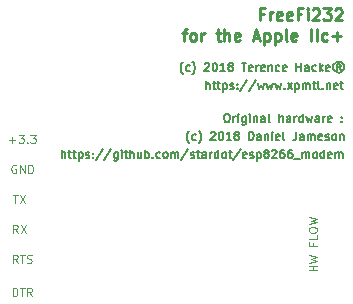
<source format=gbo>
G04 #@! TF.GenerationSoftware,KiCad,Pcbnew,(5.0.0-3-g5ebb6b6)*
G04 #@! TF.CreationDate,2018-11-09T10:28:32+01:00*
G04 #@! TF.ProjectId,WifiModem_IIC+,576966694D6F64656D5F4949432B2E6B,rev?*
G04 #@! TF.SameCoordinates,Original*
G04 #@! TF.FileFunction,Legend,Bot*
G04 #@! TF.FilePolarity,Positive*
%FSLAX46Y46*%
G04 Gerber Fmt 4.6, Leading zero omitted, Abs format (unit mm)*
G04 Created by KiCad (PCBNEW (5.0.0-3-g5ebb6b6)) date Friday, 09 November 2018 at 10:28:32*
%MOMM*%
%LPD*%
G01*
G04 APERTURE LIST*
%ADD10C,0.125000*%
%ADD11C,0.175000*%
%ADD12C,0.250000*%
G04 APERTURE END LIST*
D10*
X113708000Y-68884000D02*
X114241333Y-68884000D01*
X113974666Y-69150666D02*
X113974666Y-68617333D01*
X114508000Y-68450666D02*
X114941333Y-68450666D01*
X114708000Y-68717333D01*
X114808000Y-68717333D01*
X114874666Y-68750666D01*
X114908000Y-68784000D01*
X114941333Y-68850666D01*
X114941333Y-69017333D01*
X114908000Y-69084000D01*
X114874666Y-69117333D01*
X114808000Y-69150666D01*
X114608000Y-69150666D01*
X114541333Y-69117333D01*
X114508000Y-69084000D01*
X115241333Y-69084000D02*
X115274666Y-69117333D01*
X115241333Y-69150666D01*
X115208000Y-69117333D01*
X115241333Y-69084000D01*
X115241333Y-69150666D01*
X115508000Y-68450666D02*
X115941333Y-68450666D01*
X115708000Y-68717333D01*
X115808000Y-68717333D01*
X115874666Y-68750666D01*
X115908000Y-68784000D01*
X115941333Y-68850666D01*
X115941333Y-69017333D01*
X115908000Y-69084000D01*
X115874666Y-69117333D01*
X115808000Y-69150666D01*
X115608000Y-69150666D01*
X115541333Y-69117333D01*
X115508000Y-69084000D01*
X114020666Y-73530666D02*
X114420666Y-73530666D01*
X114220666Y-74230666D02*
X114220666Y-73530666D01*
X114587333Y-73530666D02*
X115054000Y-74230666D01*
X115054000Y-73530666D02*
X114587333Y-74230666D01*
X114437333Y-76770666D02*
X114204000Y-76437333D01*
X114037333Y-76770666D02*
X114037333Y-76070666D01*
X114304000Y-76070666D01*
X114370666Y-76104000D01*
X114404000Y-76137333D01*
X114437333Y-76204000D01*
X114437333Y-76304000D01*
X114404000Y-76370666D01*
X114370666Y-76404000D01*
X114304000Y-76437333D01*
X114037333Y-76437333D01*
X114670666Y-76070666D02*
X115137333Y-76770666D01*
X115137333Y-76070666D02*
X114670666Y-76770666D01*
X114008000Y-82104666D02*
X114008000Y-81404666D01*
X114174666Y-81404666D01*
X114274666Y-81438000D01*
X114341333Y-81504666D01*
X114374666Y-81571333D01*
X114408000Y-81704666D01*
X114408000Y-81804666D01*
X114374666Y-81938000D01*
X114341333Y-82004666D01*
X114274666Y-82071333D01*
X114174666Y-82104666D01*
X114008000Y-82104666D01*
X114608000Y-81404666D02*
X115008000Y-81404666D01*
X114808000Y-82104666D02*
X114808000Y-81404666D01*
X115641333Y-82104666D02*
X115408000Y-81771333D01*
X115241333Y-82104666D02*
X115241333Y-81404666D01*
X115508000Y-81404666D01*
X115574666Y-81438000D01*
X115608000Y-81471333D01*
X115641333Y-81538000D01*
X115641333Y-81638000D01*
X115608000Y-81704666D01*
X115574666Y-81738000D01*
X115508000Y-81771333D01*
X115241333Y-81771333D01*
X114424666Y-79310666D02*
X114191333Y-78977333D01*
X114024666Y-79310666D02*
X114024666Y-78610666D01*
X114291333Y-78610666D01*
X114358000Y-78644000D01*
X114391333Y-78677333D01*
X114424666Y-78744000D01*
X114424666Y-78844000D01*
X114391333Y-78910666D01*
X114358000Y-78944000D01*
X114291333Y-78977333D01*
X114024666Y-78977333D01*
X114624666Y-78610666D02*
X115024666Y-78610666D01*
X114824666Y-79310666D02*
X114824666Y-78610666D01*
X115224666Y-79277333D02*
X115324666Y-79310666D01*
X115491333Y-79310666D01*
X115558000Y-79277333D01*
X115591333Y-79244000D01*
X115624666Y-79177333D01*
X115624666Y-79110666D01*
X115591333Y-79044000D01*
X115558000Y-79010666D01*
X115491333Y-78977333D01*
X115358000Y-78944000D01*
X115291333Y-78910666D01*
X115258000Y-78877333D01*
X115224666Y-78810666D01*
X115224666Y-78744000D01*
X115258000Y-78677333D01*
X115291333Y-78644000D01*
X115358000Y-78610666D01*
X115524666Y-78610666D01*
X115624666Y-78644000D01*
X114274666Y-71024000D02*
X114208000Y-70990666D01*
X114108000Y-70990666D01*
X114008000Y-71024000D01*
X113941333Y-71090666D01*
X113908000Y-71157333D01*
X113874666Y-71290666D01*
X113874666Y-71390666D01*
X113908000Y-71524000D01*
X113941333Y-71590666D01*
X114008000Y-71657333D01*
X114108000Y-71690666D01*
X114174666Y-71690666D01*
X114274666Y-71657333D01*
X114308000Y-71624000D01*
X114308000Y-71390666D01*
X114174666Y-71390666D01*
X114608000Y-71690666D02*
X114608000Y-70990666D01*
X115008000Y-71690666D01*
X115008000Y-70990666D01*
X115341333Y-71690666D02*
X115341333Y-70990666D01*
X115508000Y-70990666D01*
X115608000Y-71024000D01*
X115674666Y-71090666D01*
X115708000Y-71157333D01*
X115741333Y-71290666D01*
X115741333Y-71390666D01*
X115708000Y-71524000D01*
X115674666Y-71590666D01*
X115608000Y-71657333D01*
X115508000Y-71690666D01*
X115341333Y-71690666D01*
X139762666Y-79940666D02*
X139062666Y-79940666D01*
X139396000Y-79940666D02*
X139396000Y-79540666D01*
X139762666Y-79540666D02*
X139062666Y-79540666D01*
X139062666Y-79274000D02*
X139762666Y-79107333D01*
X139262666Y-78974000D01*
X139762666Y-78840666D01*
X139062666Y-78674000D01*
X139396000Y-77640666D02*
X139396000Y-77874000D01*
X139762666Y-77874000D02*
X139062666Y-77874000D01*
X139062666Y-77540666D01*
X139762666Y-76940666D02*
X139762666Y-77274000D01*
X139062666Y-77274000D01*
X139062666Y-76574000D02*
X139062666Y-76440666D01*
X139096000Y-76374000D01*
X139162666Y-76307333D01*
X139296000Y-76274000D01*
X139529333Y-76274000D01*
X139662666Y-76307333D01*
X139729333Y-76374000D01*
X139762666Y-76440666D01*
X139762666Y-76574000D01*
X139729333Y-76640666D01*
X139662666Y-76707333D01*
X139529333Y-76740666D01*
X139296000Y-76740666D01*
X139162666Y-76707333D01*
X139096000Y-76640666D01*
X139062666Y-76574000D01*
X139062666Y-76040666D02*
X139762666Y-75874000D01*
X139262666Y-75740666D01*
X139762666Y-75607333D01*
X139062666Y-75440666D01*
D11*
X132089333Y-66672666D02*
X132222666Y-66672666D01*
X132289333Y-66706000D01*
X132356000Y-66772666D01*
X132389333Y-66906000D01*
X132389333Y-67139333D01*
X132356000Y-67272666D01*
X132289333Y-67339333D01*
X132222666Y-67372666D01*
X132089333Y-67372666D01*
X132022666Y-67339333D01*
X131956000Y-67272666D01*
X131922666Y-67139333D01*
X131922666Y-66906000D01*
X131956000Y-66772666D01*
X132022666Y-66706000D01*
X132089333Y-66672666D01*
X132689333Y-67372666D02*
X132689333Y-66906000D01*
X132689333Y-67039333D02*
X132722666Y-66972666D01*
X132756000Y-66939333D01*
X132822666Y-66906000D01*
X132889333Y-66906000D01*
X133122666Y-67372666D02*
X133122666Y-66906000D01*
X133122666Y-66672666D02*
X133089333Y-66706000D01*
X133122666Y-66739333D01*
X133156000Y-66706000D01*
X133122666Y-66672666D01*
X133122666Y-66739333D01*
X133756000Y-66906000D02*
X133756000Y-67472666D01*
X133722666Y-67539333D01*
X133689333Y-67572666D01*
X133622666Y-67606000D01*
X133522666Y-67606000D01*
X133456000Y-67572666D01*
X133756000Y-67339333D02*
X133689333Y-67372666D01*
X133556000Y-67372666D01*
X133489333Y-67339333D01*
X133456000Y-67306000D01*
X133422666Y-67239333D01*
X133422666Y-67039333D01*
X133456000Y-66972666D01*
X133489333Y-66939333D01*
X133556000Y-66906000D01*
X133689333Y-66906000D01*
X133756000Y-66939333D01*
X134089333Y-67372666D02*
X134089333Y-66906000D01*
X134089333Y-66672666D02*
X134056000Y-66706000D01*
X134089333Y-66739333D01*
X134122666Y-66706000D01*
X134089333Y-66672666D01*
X134089333Y-66739333D01*
X134422666Y-66906000D02*
X134422666Y-67372666D01*
X134422666Y-66972666D02*
X134456000Y-66939333D01*
X134522666Y-66906000D01*
X134622666Y-66906000D01*
X134689333Y-66939333D01*
X134722666Y-67006000D01*
X134722666Y-67372666D01*
X135356000Y-67372666D02*
X135356000Y-67006000D01*
X135322666Y-66939333D01*
X135256000Y-66906000D01*
X135122666Y-66906000D01*
X135056000Y-66939333D01*
X135356000Y-67339333D02*
X135289333Y-67372666D01*
X135122666Y-67372666D01*
X135056000Y-67339333D01*
X135022666Y-67272666D01*
X135022666Y-67206000D01*
X135056000Y-67139333D01*
X135122666Y-67106000D01*
X135289333Y-67106000D01*
X135356000Y-67072666D01*
X135789333Y-67372666D02*
X135722666Y-67339333D01*
X135689333Y-67272666D01*
X135689333Y-66672666D01*
X136589333Y-67372666D02*
X136589333Y-66672666D01*
X136889333Y-67372666D02*
X136889333Y-67006000D01*
X136856000Y-66939333D01*
X136789333Y-66906000D01*
X136689333Y-66906000D01*
X136622666Y-66939333D01*
X136589333Y-66972666D01*
X137522666Y-67372666D02*
X137522666Y-67006000D01*
X137489333Y-66939333D01*
X137422666Y-66906000D01*
X137289333Y-66906000D01*
X137222666Y-66939333D01*
X137522666Y-67339333D02*
X137456000Y-67372666D01*
X137289333Y-67372666D01*
X137222666Y-67339333D01*
X137189333Y-67272666D01*
X137189333Y-67206000D01*
X137222666Y-67139333D01*
X137289333Y-67106000D01*
X137456000Y-67106000D01*
X137522666Y-67072666D01*
X137856000Y-67372666D02*
X137856000Y-66906000D01*
X137856000Y-67039333D02*
X137889333Y-66972666D01*
X137922666Y-66939333D01*
X137989333Y-66906000D01*
X138056000Y-66906000D01*
X138589333Y-67372666D02*
X138589333Y-66672666D01*
X138589333Y-67339333D02*
X138522666Y-67372666D01*
X138389333Y-67372666D01*
X138322666Y-67339333D01*
X138289333Y-67306000D01*
X138256000Y-67239333D01*
X138256000Y-67039333D01*
X138289333Y-66972666D01*
X138322666Y-66939333D01*
X138389333Y-66906000D01*
X138522666Y-66906000D01*
X138589333Y-66939333D01*
X138856000Y-66906000D02*
X138989333Y-67372666D01*
X139122666Y-67039333D01*
X139256000Y-67372666D01*
X139389333Y-66906000D01*
X139956000Y-67372666D02*
X139956000Y-67006000D01*
X139922666Y-66939333D01*
X139856000Y-66906000D01*
X139722666Y-66906000D01*
X139656000Y-66939333D01*
X139956000Y-67339333D02*
X139889333Y-67372666D01*
X139722666Y-67372666D01*
X139656000Y-67339333D01*
X139622666Y-67272666D01*
X139622666Y-67206000D01*
X139656000Y-67139333D01*
X139722666Y-67106000D01*
X139889333Y-67106000D01*
X139956000Y-67072666D01*
X140289333Y-67372666D02*
X140289333Y-66906000D01*
X140289333Y-67039333D02*
X140322666Y-66972666D01*
X140356000Y-66939333D01*
X140422666Y-66906000D01*
X140489333Y-66906000D01*
X140989333Y-67339333D02*
X140922666Y-67372666D01*
X140789333Y-67372666D01*
X140722666Y-67339333D01*
X140689333Y-67272666D01*
X140689333Y-67006000D01*
X140722666Y-66939333D01*
X140789333Y-66906000D01*
X140922666Y-66906000D01*
X140989333Y-66939333D01*
X141022666Y-67006000D01*
X141022666Y-67072666D01*
X140689333Y-67139333D01*
X141856000Y-67306000D02*
X141889333Y-67339333D01*
X141856000Y-67372666D01*
X141822666Y-67339333D01*
X141856000Y-67306000D01*
X141856000Y-67372666D01*
X141856000Y-66939333D02*
X141889333Y-66972666D01*
X141856000Y-67006000D01*
X141822666Y-66972666D01*
X141856000Y-66939333D01*
X141856000Y-67006000D01*
X128948666Y-69163333D02*
X128915333Y-69130000D01*
X128848666Y-69030000D01*
X128815333Y-68963333D01*
X128782000Y-68863333D01*
X128748666Y-68696666D01*
X128748666Y-68563333D01*
X128782000Y-68396666D01*
X128815333Y-68296666D01*
X128848666Y-68230000D01*
X128915333Y-68130000D01*
X128948666Y-68096666D01*
X129515333Y-68863333D02*
X129448666Y-68896666D01*
X129315333Y-68896666D01*
X129248666Y-68863333D01*
X129215333Y-68830000D01*
X129182000Y-68763333D01*
X129182000Y-68563333D01*
X129215333Y-68496666D01*
X129248666Y-68463333D01*
X129315333Y-68430000D01*
X129448666Y-68430000D01*
X129515333Y-68463333D01*
X129748666Y-69163333D02*
X129782000Y-69130000D01*
X129848666Y-69030000D01*
X129882000Y-68963333D01*
X129915333Y-68863333D01*
X129948666Y-68696666D01*
X129948666Y-68563333D01*
X129915333Y-68396666D01*
X129882000Y-68296666D01*
X129848666Y-68230000D01*
X129782000Y-68130000D01*
X129748666Y-68096666D01*
X130782000Y-68263333D02*
X130815333Y-68230000D01*
X130882000Y-68196666D01*
X131048666Y-68196666D01*
X131115333Y-68230000D01*
X131148666Y-68263333D01*
X131182000Y-68330000D01*
X131182000Y-68396666D01*
X131148666Y-68496666D01*
X130748666Y-68896666D01*
X131182000Y-68896666D01*
X131615333Y-68196666D02*
X131682000Y-68196666D01*
X131748666Y-68230000D01*
X131782000Y-68263333D01*
X131815333Y-68330000D01*
X131848666Y-68463333D01*
X131848666Y-68630000D01*
X131815333Y-68763333D01*
X131782000Y-68830000D01*
X131748666Y-68863333D01*
X131682000Y-68896666D01*
X131615333Y-68896666D01*
X131548666Y-68863333D01*
X131515333Y-68830000D01*
X131482000Y-68763333D01*
X131448666Y-68630000D01*
X131448666Y-68463333D01*
X131482000Y-68330000D01*
X131515333Y-68263333D01*
X131548666Y-68230000D01*
X131615333Y-68196666D01*
X132515333Y-68896666D02*
X132115333Y-68896666D01*
X132315333Y-68896666D02*
X132315333Y-68196666D01*
X132248666Y-68296666D01*
X132182000Y-68363333D01*
X132115333Y-68396666D01*
X132915333Y-68496666D02*
X132848666Y-68463333D01*
X132815333Y-68430000D01*
X132782000Y-68363333D01*
X132782000Y-68330000D01*
X132815333Y-68263333D01*
X132848666Y-68230000D01*
X132915333Y-68196666D01*
X133048666Y-68196666D01*
X133115333Y-68230000D01*
X133148666Y-68263333D01*
X133182000Y-68330000D01*
X133182000Y-68363333D01*
X133148666Y-68430000D01*
X133115333Y-68463333D01*
X133048666Y-68496666D01*
X132915333Y-68496666D01*
X132848666Y-68530000D01*
X132815333Y-68563333D01*
X132782000Y-68630000D01*
X132782000Y-68763333D01*
X132815333Y-68830000D01*
X132848666Y-68863333D01*
X132915333Y-68896666D01*
X133048666Y-68896666D01*
X133115333Y-68863333D01*
X133148666Y-68830000D01*
X133182000Y-68763333D01*
X133182000Y-68630000D01*
X133148666Y-68563333D01*
X133115333Y-68530000D01*
X133048666Y-68496666D01*
X134015333Y-68896666D02*
X134015333Y-68196666D01*
X134182000Y-68196666D01*
X134282000Y-68230000D01*
X134348666Y-68296666D01*
X134382000Y-68363333D01*
X134415333Y-68496666D01*
X134415333Y-68596666D01*
X134382000Y-68730000D01*
X134348666Y-68796666D01*
X134282000Y-68863333D01*
X134182000Y-68896666D01*
X134015333Y-68896666D01*
X135015333Y-68896666D02*
X135015333Y-68530000D01*
X134982000Y-68463333D01*
X134915333Y-68430000D01*
X134782000Y-68430000D01*
X134715333Y-68463333D01*
X135015333Y-68863333D02*
X134948666Y-68896666D01*
X134782000Y-68896666D01*
X134715333Y-68863333D01*
X134682000Y-68796666D01*
X134682000Y-68730000D01*
X134715333Y-68663333D01*
X134782000Y-68630000D01*
X134948666Y-68630000D01*
X135015333Y-68596666D01*
X135348666Y-68430000D02*
X135348666Y-68896666D01*
X135348666Y-68496666D02*
X135382000Y-68463333D01*
X135448666Y-68430000D01*
X135548666Y-68430000D01*
X135615333Y-68463333D01*
X135648666Y-68530000D01*
X135648666Y-68896666D01*
X135982000Y-68896666D02*
X135982000Y-68430000D01*
X135982000Y-68196666D02*
X135948666Y-68230000D01*
X135982000Y-68263333D01*
X136015333Y-68230000D01*
X135982000Y-68196666D01*
X135982000Y-68263333D01*
X136582000Y-68863333D02*
X136515333Y-68896666D01*
X136382000Y-68896666D01*
X136315333Y-68863333D01*
X136282000Y-68796666D01*
X136282000Y-68530000D01*
X136315333Y-68463333D01*
X136382000Y-68430000D01*
X136515333Y-68430000D01*
X136582000Y-68463333D01*
X136615333Y-68530000D01*
X136615333Y-68596666D01*
X136282000Y-68663333D01*
X137015333Y-68896666D02*
X136948666Y-68863333D01*
X136915333Y-68796666D01*
X136915333Y-68196666D01*
X138015333Y-68196666D02*
X138015333Y-68696666D01*
X137982000Y-68796666D01*
X137915333Y-68863333D01*
X137815333Y-68896666D01*
X137748666Y-68896666D01*
X138648666Y-68896666D02*
X138648666Y-68530000D01*
X138615333Y-68463333D01*
X138548666Y-68430000D01*
X138415333Y-68430000D01*
X138348666Y-68463333D01*
X138648666Y-68863333D02*
X138582000Y-68896666D01*
X138415333Y-68896666D01*
X138348666Y-68863333D01*
X138315333Y-68796666D01*
X138315333Y-68730000D01*
X138348666Y-68663333D01*
X138415333Y-68630000D01*
X138582000Y-68630000D01*
X138648666Y-68596666D01*
X138982000Y-68896666D02*
X138982000Y-68430000D01*
X138982000Y-68496666D02*
X139015333Y-68463333D01*
X139082000Y-68430000D01*
X139182000Y-68430000D01*
X139248666Y-68463333D01*
X139282000Y-68530000D01*
X139282000Y-68896666D01*
X139282000Y-68530000D02*
X139315333Y-68463333D01*
X139382000Y-68430000D01*
X139482000Y-68430000D01*
X139548666Y-68463333D01*
X139582000Y-68530000D01*
X139582000Y-68896666D01*
X140182000Y-68863333D02*
X140115333Y-68896666D01*
X139982000Y-68896666D01*
X139915333Y-68863333D01*
X139882000Y-68796666D01*
X139882000Y-68530000D01*
X139915333Y-68463333D01*
X139982000Y-68430000D01*
X140115333Y-68430000D01*
X140182000Y-68463333D01*
X140215333Y-68530000D01*
X140215333Y-68596666D01*
X139882000Y-68663333D01*
X140482000Y-68863333D02*
X140548666Y-68896666D01*
X140682000Y-68896666D01*
X140748666Y-68863333D01*
X140782000Y-68796666D01*
X140782000Y-68763333D01*
X140748666Y-68696666D01*
X140682000Y-68663333D01*
X140582000Y-68663333D01*
X140515333Y-68630000D01*
X140482000Y-68563333D01*
X140482000Y-68530000D01*
X140515333Y-68463333D01*
X140582000Y-68430000D01*
X140682000Y-68430000D01*
X140748666Y-68463333D01*
X141182000Y-68896666D02*
X141115333Y-68863333D01*
X141082000Y-68830000D01*
X141048666Y-68763333D01*
X141048666Y-68563333D01*
X141082000Y-68496666D01*
X141115333Y-68463333D01*
X141182000Y-68430000D01*
X141282000Y-68430000D01*
X141348666Y-68463333D01*
X141382000Y-68496666D01*
X141415333Y-68563333D01*
X141415333Y-68763333D01*
X141382000Y-68830000D01*
X141348666Y-68863333D01*
X141282000Y-68896666D01*
X141182000Y-68896666D01*
X141715333Y-68430000D02*
X141715333Y-68896666D01*
X141715333Y-68496666D02*
X141748666Y-68463333D01*
X141815333Y-68430000D01*
X141915333Y-68430000D01*
X141982000Y-68463333D01*
X142015333Y-68530000D01*
X142015333Y-68896666D01*
D12*
X135267976Y-58235571D02*
X134934642Y-58235571D01*
X134934642Y-58759380D02*
X134934642Y-57759380D01*
X135410833Y-57759380D01*
X135791785Y-58759380D02*
X135791785Y-58092714D01*
X135791785Y-58283190D02*
X135839404Y-58187952D01*
X135887023Y-58140333D01*
X135982261Y-58092714D01*
X136077500Y-58092714D01*
X136791785Y-58711761D02*
X136696547Y-58759380D01*
X136506071Y-58759380D01*
X136410833Y-58711761D01*
X136363214Y-58616523D01*
X136363214Y-58235571D01*
X136410833Y-58140333D01*
X136506071Y-58092714D01*
X136696547Y-58092714D01*
X136791785Y-58140333D01*
X136839404Y-58235571D01*
X136839404Y-58330809D01*
X136363214Y-58426047D01*
X137648928Y-58711761D02*
X137553690Y-58759380D01*
X137363214Y-58759380D01*
X137267976Y-58711761D01*
X137220357Y-58616523D01*
X137220357Y-58235571D01*
X137267976Y-58140333D01*
X137363214Y-58092714D01*
X137553690Y-58092714D01*
X137648928Y-58140333D01*
X137696547Y-58235571D01*
X137696547Y-58330809D01*
X137220357Y-58426047D01*
X138458452Y-58235571D02*
X138125119Y-58235571D01*
X138125119Y-58759380D02*
X138125119Y-57759380D01*
X138601309Y-57759380D01*
X138982261Y-58759380D02*
X138982261Y-58092714D01*
X138982261Y-57759380D02*
X138934642Y-57807000D01*
X138982261Y-57854619D01*
X139029880Y-57807000D01*
X138982261Y-57759380D01*
X138982261Y-57854619D01*
X139410833Y-57854619D02*
X139458452Y-57807000D01*
X139553690Y-57759380D01*
X139791785Y-57759380D01*
X139887023Y-57807000D01*
X139934642Y-57854619D01*
X139982261Y-57949857D01*
X139982261Y-58045095D01*
X139934642Y-58187952D01*
X139363214Y-58759380D01*
X139982261Y-58759380D01*
X140315595Y-57759380D02*
X140934642Y-57759380D01*
X140601309Y-58140333D01*
X140744166Y-58140333D01*
X140839404Y-58187952D01*
X140887023Y-58235571D01*
X140934642Y-58330809D01*
X140934642Y-58568904D01*
X140887023Y-58664142D01*
X140839404Y-58711761D01*
X140744166Y-58759380D01*
X140458452Y-58759380D01*
X140363214Y-58711761D01*
X140315595Y-58664142D01*
X141315595Y-57854619D02*
X141363214Y-57807000D01*
X141458452Y-57759380D01*
X141696547Y-57759380D01*
X141791785Y-57807000D01*
X141839404Y-57854619D01*
X141887023Y-57949857D01*
X141887023Y-58045095D01*
X141839404Y-58187952D01*
X141267976Y-58759380D01*
X141887023Y-58759380D01*
X128363214Y-59842714D02*
X128744166Y-59842714D01*
X128506071Y-60509380D02*
X128506071Y-59652238D01*
X128553690Y-59557000D01*
X128648928Y-59509380D01*
X128744166Y-59509380D01*
X129220357Y-60509380D02*
X129125119Y-60461761D01*
X129077500Y-60414142D01*
X129029880Y-60318904D01*
X129029880Y-60033190D01*
X129077500Y-59937952D01*
X129125119Y-59890333D01*
X129220357Y-59842714D01*
X129363214Y-59842714D01*
X129458452Y-59890333D01*
X129506071Y-59937952D01*
X129553690Y-60033190D01*
X129553690Y-60318904D01*
X129506071Y-60414142D01*
X129458452Y-60461761D01*
X129363214Y-60509380D01*
X129220357Y-60509380D01*
X129982261Y-60509380D02*
X129982261Y-59842714D01*
X129982261Y-60033190D02*
X130029880Y-59937952D01*
X130077500Y-59890333D01*
X130172738Y-59842714D01*
X130267976Y-59842714D01*
X131220357Y-59842714D02*
X131601309Y-59842714D01*
X131363214Y-59509380D02*
X131363214Y-60366523D01*
X131410833Y-60461761D01*
X131506071Y-60509380D01*
X131601309Y-60509380D01*
X131934642Y-60509380D02*
X131934642Y-59509380D01*
X132363214Y-60509380D02*
X132363214Y-59985571D01*
X132315595Y-59890333D01*
X132220357Y-59842714D01*
X132077500Y-59842714D01*
X131982261Y-59890333D01*
X131934642Y-59937952D01*
X133220357Y-60461761D02*
X133125119Y-60509380D01*
X132934642Y-60509380D01*
X132839404Y-60461761D01*
X132791785Y-60366523D01*
X132791785Y-59985571D01*
X132839404Y-59890333D01*
X132934642Y-59842714D01*
X133125119Y-59842714D01*
X133220357Y-59890333D01*
X133267976Y-59985571D01*
X133267976Y-60080809D01*
X132791785Y-60176047D01*
X134410833Y-60223666D02*
X134887023Y-60223666D01*
X134315595Y-60509380D02*
X134648928Y-59509380D01*
X134982261Y-60509380D01*
X135315595Y-59842714D02*
X135315595Y-60842714D01*
X135315595Y-59890333D02*
X135410833Y-59842714D01*
X135601309Y-59842714D01*
X135696547Y-59890333D01*
X135744166Y-59937952D01*
X135791785Y-60033190D01*
X135791785Y-60318904D01*
X135744166Y-60414142D01*
X135696547Y-60461761D01*
X135601309Y-60509380D01*
X135410833Y-60509380D01*
X135315595Y-60461761D01*
X136220357Y-59842714D02*
X136220357Y-60842714D01*
X136220357Y-59890333D02*
X136315595Y-59842714D01*
X136506071Y-59842714D01*
X136601309Y-59890333D01*
X136648928Y-59937952D01*
X136696547Y-60033190D01*
X136696547Y-60318904D01*
X136648928Y-60414142D01*
X136601309Y-60461761D01*
X136506071Y-60509380D01*
X136315595Y-60509380D01*
X136220357Y-60461761D01*
X137267976Y-60509380D02*
X137172738Y-60461761D01*
X137125119Y-60366523D01*
X137125119Y-59509380D01*
X138029880Y-60461761D02*
X137934642Y-60509380D01*
X137744166Y-60509380D01*
X137648928Y-60461761D01*
X137601309Y-60366523D01*
X137601309Y-59985571D01*
X137648928Y-59890333D01*
X137744166Y-59842714D01*
X137934642Y-59842714D01*
X138029880Y-59890333D01*
X138077500Y-59985571D01*
X138077500Y-60080809D01*
X137601309Y-60176047D01*
X139267976Y-60509380D02*
X139267976Y-59509380D01*
X139744166Y-60509380D02*
X139744166Y-59509380D01*
X140648928Y-60461761D02*
X140553690Y-60509380D01*
X140363214Y-60509380D01*
X140267976Y-60461761D01*
X140220357Y-60414142D01*
X140172738Y-60318904D01*
X140172738Y-60033190D01*
X140220357Y-59937952D01*
X140267976Y-59890333D01*
X140363214Y-59842714D01*
X140553690Y-59842714D01*
X140648928Y-59890333D01*
X141077500Y-60128428D02*
X141839404Y-60128428D01*
X141458452Y-60509380D02*
X141458452Y-59747476D01*
D11*
X130394000Y-64578666D02*
X130394000Y-63878666D01*
X130694000Y-64578666D02*
X130694000Y-64212000D01*
X130660666Y-64145333D01*
X130594000Y-64112000D01*
X130494000Y-64112000D01*
X130427333Y-64145333D01*
X130394000Y-64178666D01*
X130927333Y-64112000D02*
X131194000Y-64112000D01*
X131027333Y-63878666D02*
X131027333Y-64478666D01*
X131060666Y-64545333D01*
X131127333Y-64578666D01*
X131194000Y-64578666D01*
X131327333Y-64112000D02*
X131594000Y-64112000D01*
X131427333Y-63878666D02*
X131427333Y-64478666D01*
X131460666Y-64545333D01*
X131527333Y-64578666D01*
X131594000Y-64578666D01*
X131827333Y-64112000D02*
X131827333Y-64812000D01*
X131827333Y-64145333D02*
X131894000Y-64112000D01*
X132027333Y-64112000D01*
X132094000Y-64145333D01*
X132127333Y-64178666D01*
X132160666Y-64245333D01*
X132160666Y-64445333D01*
X132127333Y-64512000D01*
X132094000Y-64545333D01*
X132027333Y-64578666D01*
X131894000Y-64578666D01*
X131827333Y-64545333D01*
X132427333Y-64545333D02*
X132494000Y-64578666D01*
X132627333Y-64578666D01*
X132694000Y-64545333D01*
X132727333Y-64478666D01*
X132727333Y-64445333D01*
X132694000Y-64378666D01*
X132627333Y-64345333D01*
X132527333Y-64345333D01*
X132460666Y-64312000D01*
X132427333Y-64245333D01*
X132427333Y-64212000D01*
X132460666Y-64145333D01*
X132527333Y-64112000D01*
X132627333Y-64112000D01*
X132694000Y-64145333D01*
X133027333Y-64512000D02*
X133060666Y-64545333D01*
X133027333Y-64578666D01*
X132994000Y-64545333D01*
X133027333Y-64512000D01*
X133027333Y-64578666D01*
X133027333Y-64145333D02*
X133060666Y-64178666D01*
X133027333Y-64212000D01*
X132994000Y-64178666D01*
X133027333Y-64145333D01*
X133027333Y-64212000D01*
X133860666Y-63845333D02*
X133260666Y-64745333D01*
X134594000Y-63845333D02*
X133994000Y-64745333D01*
X134760666Y-64112000D02*
X134894000Y-64578666D01*
X135027333Y-64245333D01*
X135160666Y-64578666D01*
X135294000Y-64112000D01*
X135494000Y-64112000D02*
X135627333Y-64578666D01*
X135760666Y-64245333D01*
X135894000Y-64578666D01*
X136027333Y-64112000D01*
X136227333Y-64112000D02*
X136360666Y-64578666D01*
X136494000Y-64245333D01*
X136627333Y-64578666D01*
X136760666Y-64112000D01*
X137027333Y-64512000D02*
X137060666Y-64545333D01*
X137027333Y-64578666D01*
X136994000Y-64545333D01*
X137027333Y-64512000D01*
X137027333Y-64578666D01*
X137294000Y-64578666D02*
X137660666Y-64112000D01*
X137294000Y-64112000D02*
X137660666Y-64578666D01*
X137927333Y-64112000D02*
X137927333Y-64812000D01*
X137927333Y-64145333D02*
X137994000Y-64112000D01*
X138127333Y-64112000D01*
X138194000Y-64145333D01*
X138227333Y-64178666D01*
X138260666Y-64245333D01*
X138260666Y-64445333D01*
X138227333Y-64512000D01*
X138194000Y-64545333D01*
X138127333Y-64578666D01*
X137994000Y-64578666D01*
X137927333Y-64545333D01*
X138560666Y-64578666D02*
X138560666Y-64112000D01*
X138560666Y-64178666D02*
X138594000Y-64145333D01*
X138660666Y-64112000D01*
X138760666Y-64112000D01*
X138827333Y-64145333D01*
X138860666Y-64212000D01*
X138860666Y-64578666D01*
X138860666Y-64212000D02*
X138894000Y-64145333D01*
X138960666Y-64112000D01*
X139060666Y-64112000D01*
X139127333Y-64145333D01*
X139160666Y-64212000D01*
X139160666Y-64578666D01*
X139394000Y-64112000D02*
X139660666Y-64112000D01*
X139494000Y-63878666D02*
X139494000Y-64478666D01*
X139527333Y-64545333D01*
X139594000Y-64578666D01*
X139660666Y-64578666D01*
X139994000Y-64578666D02*
X139927333Y-64545333D01*
X139894000Y-64478666D01*
X139894000Y-63878666D01*
X140260666Y-64512000D02*
X140294000Y-64545333D01*
X140260666Y-64578666D01*
X140227333Y-64545333D01*
X140260666Y-64512000D01*
X140260666Y-64578666D01*
X140594000Y-64112000D02*
X140594000Y-64578666D01*
X140594000Y-64178666D02*
X140627333Y-64145333D01*
X140694000Y-64112000D01*
X140794000Y-64112000D01*
X140860666Y-64145333D01*
X140894000Y-64212000D01*
X140894000Y-64578666D01*
X141494000Y-64545333D02*
X141427333Y-64578666D01*
X141294000Y-64578666D01*
X141227333Y-64545333D01*
X141194000Y-64478666D01*
X141194000Y-64212000D01*
X141227333Y-64145333D01*
X141294000Y-64112000D01*
X141427333Y-64112000D01*
X141494000Y-64145333D01*
X141527333Y-64212000D01*
X141527333Y-64278666D01*
X141194000Y-64345333D01*
X141727333Y-64112000D02*
X141994000Y-64112000D01*
X141827333Y-63878666D02*
X141827333Y-64478666D01*
X141860666Y-64545333D01*
X141927333Y-64578666D01*
X141994000Y-64578666D01*
X128428000Y-63321333D02*
X128394666Y-63288000D01*
X128328000Y-63188000D01*
X128294666Y-63121333D01*
X128261333Y-63021333D01*
X128228000Y-62854666D01*
X128228000Y-62721333D01*
X128261333Y-62554666D01*
X128294666Y-62454666D01*
X128328000Y-62388000D01*
X128394666Y-62288000D01*
X128428000Y-62254666D01*
X128994666Y-63021333D02*
X128928000Y-63054666D01*
X128794666Y-63054666D01*
X128728000Y-63021333D01*
X128694666Y-62988000D01*
X128661333Y-62921333D01*
X128661333Y-62721333D01*
X128694666Y-62654666D01*
X128728000Y-62621333D01*
X128794666Y-62588000D01*
X128928000Y-62588000D01*
X128994666Y-62621333D01*
X129228000Y-63321333D02*
X129261333Y-63288000D01*
X129328000Y-63188000D01*
X129361333Y-63121333D01*
X129394666Y-63021333D01*
X129428000Y-62854666D01*
X129428000Y-62721333D01*
X129394666Y-62554666D01*
X129361333Y-62454666D01*
X129328000Y-62388000D01*
X129261333Y-62288000D01*
X129228000Y-62254666D01*
X130261333Y-62421333D02*
X130294666Y-62388000D01*
X130361333Y-62354666D01*
X130528000Y-62354666D01*
X130594666Y-62388000D01*
X130628000Y-62421333D01*
X130661333Y-62488000D01*
X130661333Y-62554666D01*
X130628000Y-62654666D01*
X130228000Y-63054666D01*
X130661333Y-63054666D01*
X131094666Y-62354666D02*
X131161333Y-62354666D01*
X131228000Y-62388000D01*
X131261333Y-62421333D01*
X131294666Y-62488000D01*
X131328000Y-62621333D01*
X131328000Y-62788000D01*
X131294666Y-62921333D01*
X131261333Y-62988000D01*
X131228000Y-63021333D01*
X131161333Y-63054666D01*
X131094666Y-63054666D01*
X131028000Y-63021333D01*
X130994666Y-62988000D01*
X130961333Y-62921333D01*
X130928000Y-62788000D01*
X130928000Y-62621333D01*
X130961333Y-62488000D01*
X130994666Y-62421333D01*
X131028000Y-62388000D01*
X131094666Y-62354666D01*
X131994666Y-63054666D02*
X131594666Y-63054666D01*
X131794666Y-63054666D02*
X131794666Y-62354666D01*
X131728000Y-62454666D01*
X131661333Y-62521333D01*
X131594666Y-62554666D01*
X132394666Y-62654666D02*
X132328000Y-62621333D01*
X132294666Y-62588000D01*
X132261333Y-62521333D01*
X132261333Y-62488000D01*
X132294666Y-62421333D01*
X132328000Y-62388000D01*
X132394666Y-62354666D01*
X132528000Y-62354666D01*
X132594666Y-62388000D01*
X132628000Y-62421333D01*
X132661333Y-62488000D01*
X132661333Y-62521333D01*
X132628000Y-62588000D01*
X132594666Y-62621333D01*
X132528000Y-62654666D01*
X132394666Y-62654666D01*
X132328000Y-62688000D01*
X132294666Y-62721333D01*
X132261333Y-62788000D01*
X132261333Y-62921333D01*
X132294666Y-62988000D01*
X132328000Y-63021333D01*
X132394666Y-63054666D01*
X132528000Y-63054666D01*
X132594666Y-63021333D01*
X132628000Y-62988000D01*
X132661333Y-62921333D01*
X132661333Y-62788000D01*
X132628000Y-62721333D01*
X132594666Y-62688000D01*
X132528000Y-62654666D01*
X133394666Y-62354666D02*
X133794666Y-62354666D01*
X133594666Y-63054666D02*
X133594666Y-62354666D01*
X134294666Y-63021333D02*
X134228000Y-63054666D01*
X134094666Y-63054666D01*
X134028000Y-63021333D01*
X133994666Y-62954666D01*
X133994666Y-62688000D01*
X134028000Y-62621333D01*
X134094666Y-62588000D01*
X134228000Y-62588000D01*
X134294666Y-62621333D01*
X134328000Y-62688000D01*
X134328000Y-62754666D01*
X133994666Y-62821333D01*
X134628000Y-63054666D02*
X134628000Y-62588000D01*
X134628000Y-62721333D02*
X134661333Y-62654666D01*
X134694666Y-62621333D01*
X134761333Y-62588000D01*
X134828000Y-62588000D01*
X135328000Y-63021333D02*
X135261333Y-63054666D01*
X135128000Y-63054666D01*
X135061333Y-63021333D01*
X135028000Y-62954666D01*
X135028000Y-62688000D01*
X135061333Y-62621333D01*
X135128000Y-62588000D01*
X135261333Y-62588000D01*
X135328000Y-62621333D01*
X135361333Y-62688000D01*
X135361333Y-62754666D01*
X135028000Y-62821333D01*
X135661333Y-62588000D02*
X135661333Y-63054666D01*
X135661333Y-62654666D02*
X135694666Y-62621333D01*
X135761333Y-62588000D01*
X135861333Y-62588000D01*
X135928000Y-62621333D01*
X135961333Y-62688000D01*
X135961333Y-63054666D01*
X136594666Y-63021333D02*
X136528000Y-63054666D01*
X136394666Y-63054666D01*
X136328000Y-63021333D01*
X136294666Y-62988000D01*
X136261333Y-62921333D01*
X136261333Y-62721333D01*
X136294666Y-62654666D01*
X136328000Y-62621333D01*
X136394666Y-62588000D01*
X136528000Y-62588000D01*
X136594666Y-62621333D01*
X137161333Y-63021333D02*
X137094666Y-63054666D01*
X136961333Y-63054666D01*
X136894666Y-63021333D01*
X136861333Y-62954666D01*
X136861333Y-62688000D01*
X136894666Y-62621333D01*
X136961333Y-62588000D01*
X137094666Y-62588000D01*
X137161333Y-62621333D01*
X137194666Y-62688000D01*
X137194666Y-62754666D01*
X136861333Y-62821333D01*
X138028000Y-63054666D02*
X138028000Y-62354666D01*
X138028000Y-62688000D02*
X138428000Y-62688000D01*
X138428000Y-63054666D02*
X138428000Y-62354666D01*
X139061333Y-63054666D02*
X139061333Y-62688000D01*
X139028000Y-62621333D01*
X138961333Y-62588000D01*
X138828000Y-62588000D01*
X138761333Y-62621333D01*
X139061333Y-63021333D02*
X138994666Y-63054666D01*
X138828000Y-63054666D01*
X138761333Y-63021333D01*
X138728000Y-62954666D01*
X138728000Y-62888000D01*
X138761333Y-62821333D01*
X138828000Y-62788000D01*
X138994666Y-62788000D01*
X139061333Y-62754666D01*
X139694666Y-63021333D02*
X139628000Y-63054666D01*
X139494666Y-63054666D01*
X139428000Y-63021333D01*
X139394666Y-62988000D01*
X139361333Y-62921333D01*
X139361333Y-62721333D01*
X139394666Y-62654666D01*
X139428000Y-62621333D01*
X139494666Y-62588000D01*
X139628000Y-62588000D01*
X139694666Y-62621333D01*
X139994666Y-63054666D02*
X139994666Y-62354666D01*
X140061333Y-62788000D02*
X140261333Y-63054666D01*
X140261333Y-62588000D02*
X139994666Y-62854666D01*
X140828000Y-63021333D02*
X140761333Y-63054666D01*
X140628000Y-63054666D01*
X140561333Y-63021333D01*
X140528000Y-62954666D01*
X140528000Y-62688000D01*
X140561333Y-62621333D01*
X140628000Y-62588000D01*
X140761333Y-62588000D01*
X140828000Y-62621333D01*
X140861333Y-62688000D01*
X140861333Y-62754666D01*
X140528000Y-62821333D01*
X141761333Y-62954666D02*
X141594666Y-62754666D01*
X141461333Y-62954666D02*
X141461333Y-62488000D01*
X141661333Y-62488000D01*
X141728000Y-62521333D01*
X141761333Y-62588000D01*
X141761333Y-62654666D01*
X141728000Y-62721333D01*
X141661333Y-62754666D01*
X141461333Y-62754666D01*
X141594666Y-62254666D02*
X141428000Y-62288000D01*
X141261333Y-62388000D01*
X141161333Y-62554666D01*
X141128000Y-62721333D01*
X141161333Y-62888000D01*
X141261333Y-63054666D01*
X141428000Y-63154666D01*
X141594666Y-63188000D01*
X141761333Y-63154666D01*
X141928000Y-63054666D01*
X142028000Y-62888000D01*
X142061333Y-62721333D01*
X142028000Y-62554666D01*
X141928000Y-62388000D01*
X141761333Y-62288000D01*
X141594666Y-62254666D01*
X118164666Y-70420666D02*
X118164666Y-69720666D01*
X118464666Y-70420666D02*
X118464666Y-70054000D01*
X118431333Y-69987333D01*
X118364666Y-69954000D01*
X118264666Y-69954000D01*
X118198000Y-69987333D01*
X118164666Y-70020666D01*
X118698000Y-69954000D02*
X118964666Y-69954000D01*
X118798000Y-69720666D02*
X118798000Y-70320666D01*
X118831333Y-70387333D01*
X118898000Y-70420666D01*
X118964666Y-70420666D01*
X119098000Y-69954000D02*
X119364666Y-69954000D01*
X119198000Y-69720666D02*
X119198000Y-70320666D01*
X119231333Y-70387333D01*
X119298000Y-70420666D01*
X119364666Y-70420666D01*
X119598000Y-69954000D02*
X119598000Y-70654000D01*
X119598000Y-69987333D02*
X119664666Y-69954000D01*
X119798000Y-69954000D01*
X119864666Y-69987333D01*
X119898000Y-70020666D01*
X119931333Y-70087333D01*
X119931333Y-70287333D01*
X119898000Y-70354000D01*
X119864666Y-70387333D01*
X119798000Y-70420666D01*
X119664666Y-70420666D01*
X119598000Y-70387333D01*
X120198000Y-70387333D02*
X120264666Y-70420666D01*
X120398000Y-70420666D01*
X120464666Y-70387333D01*
X120498000Y-70320666D01*
X120498000Y-70287333D01*
X120464666Y-70220666D01*
X120398000Y-70187333D01*
X120298000Y-70187333D01*
X120231333Y-70154000D01*
X120198000Y-70087333D01*
X120198000Y-70054000D01*
X120231333Y-69987333D01*
X120298000Y-69954000D01*
X120398000Y-69954000D01*
X120464666Y-69987333D01*
X120798000Y-70354000D02*
X120831333Y-70387333D01*
X120798000Y-70420666D01*
X120764666Y-70387333D01*
X120798000Y-70354000D01*
X120798000Y-70420666D01*
X120798000Y-69987333D02*
X120831333Y-70020666D01*
X120798000Y-70054000D01*
X120764666Y-70020666D01*
X120798000Y-69987333D01*
X120798000Y-70054000D01*
X121631333Y-69687333D02*
X121031333Y-70587333D01*
X122364666Y-69687333D02*
X121764666Y-70587333D01*
X122898000Y-69954000D02*
X122898000Y-70520666D01*
X122864666Y-70587333D01*
X122831333Y-70620666D01*
X122764666Y-70654000D01*
X122664666Y-70654000D01*
X122598000Y-70620666D01*
X122898000Y-70387333D02*
X122831333Y-70420666D01*
X122698000Y-70420666D01*
X122631333Y-70387333D01*
X122598000Y-70354000D01*
X122564666Y-70287333D01*
X122564666Y-70087333D01*
X122598000Y-70020666D01*
X122631333Y-69987333D01*
X122698000Y-69954000D01*
X122831333Y-69954000D01*
X122898000Y-69987333D01*
X123231333Y-70420666D02*
X123231333Y-69954000D01*
X123231333Y-69720666D02*
X123198000Y-69754000D01*
X123231333Y-69787333D01*
X123264666Y-69754000D01*
X123231333Y-69720666D01*
X123231333Y-69787333D01*
X123464666Y-69954000D02*
X123731333Y-69954000D01*
X123564666Y-69720666D02*
X123564666Y-70320666D01*
X123598000Y-70387333D01*
X123664666Y-70420666D01*
X123731333Y-70420666D01*
X123964666Y-70420666D02*
X123964666Y-69720666D01*
X124264666Y-70420666D02*
X124264666Y-70054000D01*
X124231333Y-69987333D01*
X124164666Y-69954000D01*
X124064666Y-69954000D01*
X123998000Y-69987333D01*
X123964666Y-70020666D01*
X124898000Y-69954000D02*
X124898000Y-70420666D01*
X124598000Y-69954000D02*
X124598000Y-70320666D01*
X124631333Y-70387333D01*
X124698000Y-70420666D01*
X124798000Y-70420666D01*
X124864666Y-70387333D01*
X124898000Y-70354000D01*
X125231333Y-70420666D02*
X125231333Y-69720666D01*
X125231333Y-69987333D02*
X125298000Y-69954000D01*
X125431333Y-69954000D01*
X125498000Y-69987333D01*
X125531333Y-70020666D01*
X125564666Y-70087333D01*
X125564666Y-70287333D01*
X125531333Y-70354000D01*
X125498000Y-70387333D01*
X125431333Y-70420666D01*
X125298000Y-70420666D01*
X125231333Y-70387333D01*
X125864666Y-70354000D02*
X125898000Y-70387333D01*
X125864666Y-70420666D01*
X125831333Y-70387333D01*
X125864666Y-70354000D01*
X125864666Y-70420666D01*
X126498000Y-70387333D02*
X126431333Y-70420666D01*
X126298000Y-70420666D01*
X126231333Y-70387333D01*
X126198000Y-70354000D01*
X126164666Y-70287333D01*
X126164666Y-70087333D01*
X126198000Y-70020666D01*
X126231333Y-69987333D01*
X126298000Y-69954000D01*
X126431333Y-69954000D01*
X126498000Y-69987333D01*
X126898000Y-70420666D02*
X126831333Y-70387333D01*
X126798000Y-70354000D01*
X126764666Y-70287333D01*
X126764666Y-70087333D01*
X126798000Y-70020666D01*
X126831333Y-69987333D01*
X126898000Y-69954000D01*
X126998000Y-69954000D01*
X127064666Y-69987333D01*
X127098000Y-70020666D01*
X127131333Y-70087333D01*
X127131333Y-70287333D01*
X127098000Y-70354000D01*
X127064666Y-70387333D01*
X126998000Y-70420666D01*
X126898000Y-70420666D01*
X127431333Y-70420666D02*
X127431333Y-69954000D01*
X127431333Y-70020666D02*
X127464666Y-69987333D01*
X127531333Y-69954000D01*
X127631333Y-69954000D01*
X127698000Y-69987333D01*
X127731333Y-70054000D01*
X127731333Y-70420666D01*
X127731333Y-70054000D02*
X127764666Y-69987333D01*
X127831333Y-69954000D01*
X127931333Y-69954000D01*
X127998000Y-69987333D01*
X128031333Y-70054000D01*
X128031333Y-70420666D01*
X128864666Y-69687333D02*
X128264666Y-70587333D01*
X129064666Y-70387333D02*
X129131333Y-70420666D01*
X129264666Y-70420666D01*
X129331333Y-70387333D01*
X129364666Y-70320666D01*
X129364666Y-70287333D01*
X129331333Y-70220666D01*
X129264666Y-70187333D01*
X129164666Y-70187333D01*
X129098000Y-70154000D01*
X129064666Y-70087333D01*
X129064666Y-70054000D01*
X129098000Y-69987333D01*
X129164666Y-69954000D01*
X129264666Y-69954000D01*
X129331333Y-69987333D01*
X129564666Y-69954000D02*
X129831333Y-69954000D01*
X129664666Y-69720666D02*
X129664666Y-70320666D01*
X129698000Y-70387333D01*
X129764666Y-70420666D01*
X129831333Y-70420666D01*
X130364666Y-70420666D02*
X130364666Y-70054000D01*
X130331333Y-69987333D01*
X130264666Y-69954000D01*
X130131333Y-69954000D01*
X130064666Y-69987333D01*
X130364666Y-70387333D02*
X130298000Y-70420666D01*
X130131333Y-70420666D01*
X130064666Y-70387333D01*
X130031333Y-70320666D01*
X130031333Y-70254000D01*
X130064666Y-70187333D01*
X130131333Y-70154000D01*
X130298000Y-70154000D01*
X130364666Y-70120666D01*
X130698000Y-70420666D02*
X130698000Y-69954000D01*
X130698000Y-70087333D02*
X130731333Y-70020666D01*
X130764666Y-69987333D01*
X130831333Y-69954000D01*
X130898000Y-69954000D01*
X131431333Y-70420666D02*
X131431333Y-69720666D01*
X131431333Y-70387333D02*
X131364666Y-70420666D01*
X131231333Y-70420666D01*
X131164666Y-70387333D01*
X131131333Y-70354000D01*
X131098000Y-70287333D01*
X131098000Y-70087333D01*
X131131333Y-70020666D01*
X131164666Y-69987333D01*
X131231333Y-69954000D01*
X131364666Y-69954000D01*
X131431333Y-69987333D01*
X131864666Y-70420666D02*
X131798000Y-70387333D01*
X131764666Y-70354000D01*
X131731333Y-70287333D01*
X131731333Y-70087333D01*
X131764666Y-70020666D01*
X131798000Y-69987333D01*
X131864666Y-69954000D01*
X131964666Y-69954000D01*
X132031333Y-69987333D01*
X132064666Y-70020666D01*
X132098000Y-70087333D01*
X132098000Y-70287333D01*
X132064666Y-70354000D01*
X132031333Y-70387333D01*
X131964666Y-70420666D01*
X131864666Y-70420666D01*
X132298000Y-69954000D02*
X132564666Y-69954000D01*
X132398000Y-69720666D02*
X132398000Y-70320666D01*
X132431333Y-70387333D01*
X132498000Y-70420666D01*
X132564666Y-70420666D01*
X133298000Y-69687333D02*
X132698000Y-70587333D01*
X133798000Y-70387333D02*
X133731333Y-70420666D01*
X133598000Y-70420666D01*
X133531333Y-70387333D01*
X133498000Y-70320666D01*
X133498000Y-70054000D01*
X133531333Y-69987333D01*
X133598000Y-69954000D01*
X133731333Y-69954000D01*
X133798000Y-69987333D01*
X133831333Y-70054000D01*
X133831333Y-70120666D01*
X133498000Y-70187333D01*
X134098000Y-70387333D02*
X134164666Y-70420666D01*
X134298000Y-70420666D01*
X134364666Y-70387333D01*
X134398000Y-70320666D01*
X134398000Y-70287333D01*
X134364666Y-70220666D01*
X134298000Y-70187333D01*
X134198000Y-70187333D01*
X134131333Y-70154000D01*
X134098000Y-70087333D01*
X134098000Y-70054000D01*
X134131333Y-69987333D01*
X134198000Y-69954000D01*
X134298000Y-69954000D01*
X134364666Y-69987333D01*
X134698000Y-69954000D02*
X134698000Y-70654000D01*
X134698000Y-69987333D02*
X134764666Y-69954000D01*
X134898000Y-69954000D01*
X134964666Y-69987333D01*
X134998000Y-70020666D01*
X135031333Y-70087333D01*
X135031333Y-70287333D01*
X134998000Y-70354000D01*
X134964666Y-70387333D01*
X134898000Y-70420666D01*
X134764666Y-70420666D01*
X134698000Y-70387333D01*
X135431333Y-70020666D02*
X135364666Y-69987333D01*
X135331333Y-69954000D01*
X135298000Y-69887333D01*
X135298000Y-69854000D01*
X135331333Y-69787333D01*
X135364666Y-69754000D01*
X135431333Y-69720666D01*
X135564666Y-69720666D01*
X135631333Y-69754000D01*
X135664666Y-69787333D01*
X135698000Y-69854000D01*
X135698000Y-69887333D01*
X135664666Y-69954000D01*
X135631333Y-69987333D01*
X135564666Y-70020666D01*
X135431333Y-70020666D01*
X135364666Y-70054000D01*
X135331333Y-70087333D01*
X135298000Y-70154000D01*
X135298000Y-70287333D01*
X135331333Y-70354000D01*
X135364666Y-70387333D01*
X135431333Y-70420666D01*
X135564666Y-70420666D01*
X135631333Y-70387333D01*
X135664666Y-70354000D01*
X135698000Y-70287333D01*
X135698000Y-70154000D01*
X135664666Y-70087333D01*
X135631333Y-70054000D01*
X135564666Y-70020666D01*
X135964666Y-69787333D02*
X135998000Y-69754000D01*
X136064666Y-69720666D01*
X136231333Y-69720666D01*
X136298000Y-69754000D01*
X136331333Y-69787333D01*
X136364666Y-69854000D01*
X136364666Y-69920666D01*
X136331333Y-70020666D01*
X135931333Y-70420666D01*
X136364666Y-70420666D01*
X136964666Y-69720666D02*
X136831333Y-69720666D01*
X136764666Y-69754000D01*
X136731333Y-69787333D01*
X136664666Y-69887333D01*
X136631333Y-70020666D01*
X136631333Y-70287333D01*
X136664666Y-70354000D01*
X136698000Y-70387333D01*
X136764666Y-70420666D01*
X136898000Y-70420666D01*
X136964666Y-70387333D01*
X136998000Y-70354000D01*
X137031333Y-70287333D01*
X137031333Y-70120666D01*
X136998000Y-70054000D01*
X136964666Y-70020666D01*
X136898000Y-69987333D01*
X136764666Y-69987333D01*
X136698000Y-70020666D01*
X136664666Y-70054000D01*
X136631333Y-70120666D01*
X137631333Y-69720666D02*
X137498000Y-69720666D01*
X137431333Y-69754000D01*
X137398000Y-69787333D01*
X137331333Y-69887333D01*
X137298000Y-70020666D01*
X137298000Y-70287333D01*
X137331333Y-70354000D01*
X137364666Y-70387333D01*
X137431333Y-70420666D01*
X137564666Y-70420666D01*
X137631333Y-70387333D01*
X137664666Y-70354000D01*
X137698000Y-70287333D01*
X137698000Y-70120666D01*
X137664666Y-70054000D01*
X137631333Y-70020666D01*
X137564666Y-69987333D01*
X137431333Y-69987333D01*
X137364666Y-70020666D01*
X137331333Y-70054000D01*
X137298000Y-70120666D01*
X137831333Y-70487333D02*
X138364666Y-70487333D01*
X138531333Y-70420666D02*
X138531333Y-69954000D01*
X138531333Y-70020666D02*
X138564666Y-69987333D01*
X138631333Y-69954000D01*
X138731333Y-69954000D01*
X138798000Y-69987333D01*
X138831333Y-70054000D01*
X138831333Y-70420666D01*
X138831333Y-70054000D02*
X138864666Y-69987333D01*
X138931333Y-69954000D01*
X139031333Y-69954000D01*
X139098000Y-69987333D01*
X139131333Y-70054000D01*
X139131333Y-70420666D01*
X139564666Y-70420666D02*
X139498000Y-70387333D01*
X139464666Y-70354000D01*
X139431333Y-70287333D01*
X139431333Y-70087333D01*
X139464666Y-70020666D01*
X139498000Y-69987333D01*
X139564666Y-69954000D01*
X139664666Y-69954000D01*
X139731333Y-69987333D01*
X139764666Y-70020666D01*
X139798000Y-70087333D01*
X139798000Y-70287333D01*
X139764666Y-70354000D01*
X139731333Y-70387333D01*
X139664666Y-70420666D01*
X139564666Y-70420666D01*
X140398000Y-70420666D02*
X140398000Y-69720666D01*
X140398000Y-70387333D02*
X140331333Y-70420666D01*
X140198000Y-70420666D01*
X140131333Y-70387333D01*
X140098000Y-70354000D01*
X140064666Y-70287333D01*
X140064666Y-70087333D01*
X140098000Y-70020666D01*
X140131333Y-69987333D01*
X140198000Y-69954000D01*
X140331333Y-69954000D01*
X140398000Y-69987333D01*
X140998000Y-70387333D02*
X140931333Y-70420666D01*
X140798000Y-70420666D01*
X140731333Y-70387333D01*
X140698000Y-70320666D01*
X140698000Y-70054000D01*
X140731333Y-69987333D01*
X140798000Y-69954000D01*
X140931333Y-69954000D01*
X140998000Y-69987333D01*
X141031333Y-70054000D01*
X141031333Y-70120666D01*
X140698000Y-70187333D01*
X141331333Y-70420666D02*
X141331333Y-69954000D01*
X141331333Y-70020666D02*
X141364666Y-69987333D01*
X141431333Y-69954000D01*
X141531333Y-69954000D01*
X141598000Y-69987333D01*
X141631333Y-70054000D01*
X141631333Y-70420666D01*
X141631333Y-70054000D02*
X141664666Y-69987333D01*
X141731333Y-69954000D01*
X141831333Y-69954000D01*
X141898000Y-69987333D01*
X141931333Y-70054000D01*
X141931333Y-70420666D01*
M02*

</source>
